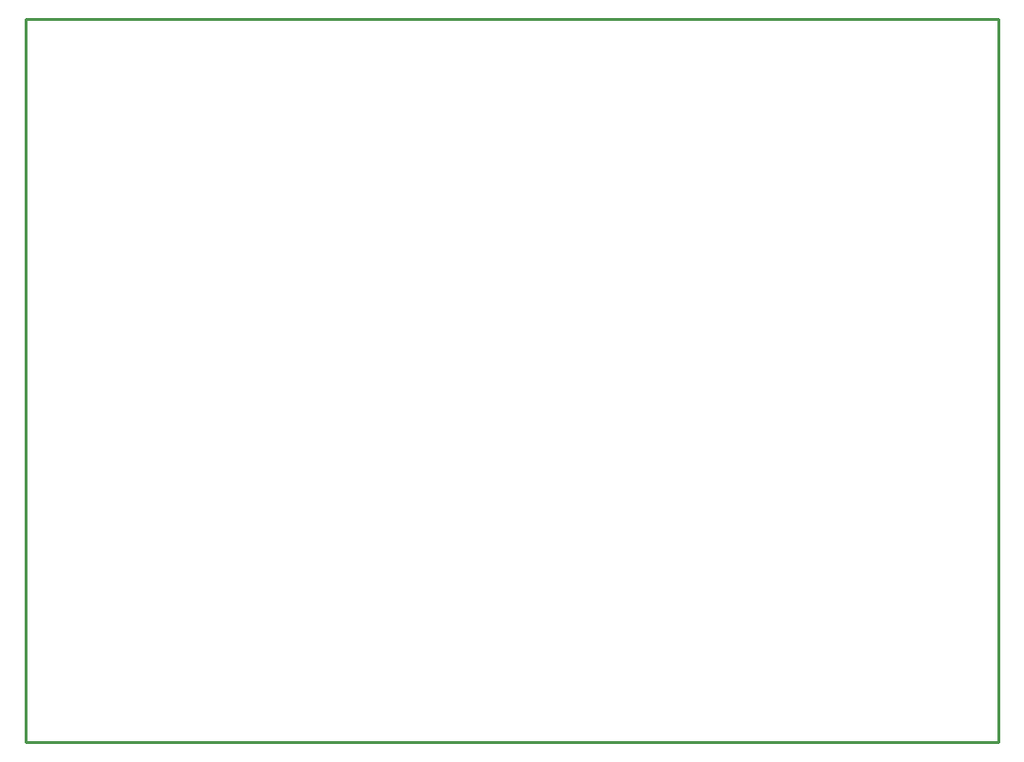
<source format=gbo>
G04*
G04 #@! TF.GenerationSoftware,Altium Limited,Altium Designer,19.1.8 (144)*
G04*
G04 Layer_Color=32896*
%FSLAX25Y25*%
%MOIN*%
G70*
G01*
G75*
%ADD12C,0.01000*%
D12*
X1000Y1000D02*
X342500D01*
X342500Y255000D02*
X342500Y1000D01*
X1000Y255000D02*
X342500D01*
X1000D02*
X1000Y1000D01*
M02*

</source>
